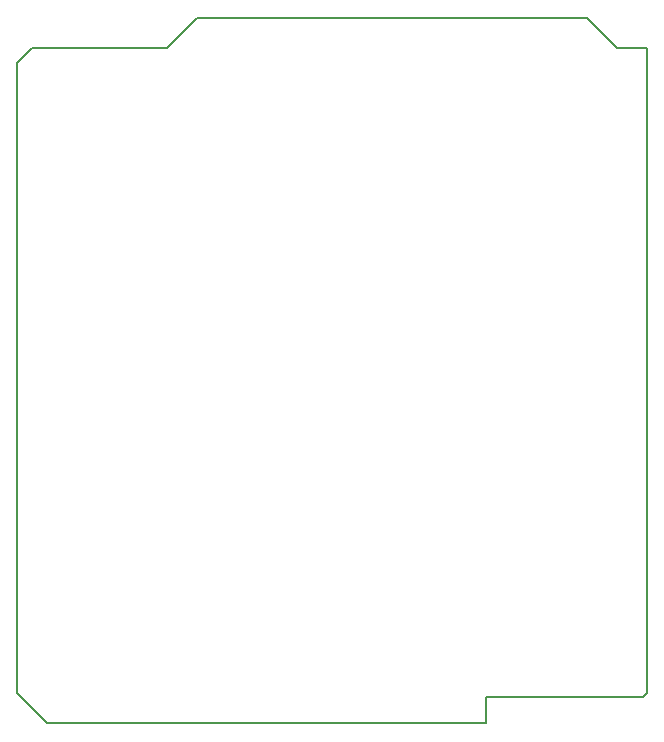
<source format=gko>
%TF.GenerationSoftware,KiCad,Pcbnew,8.0.6*%
%TF.CreationDate,2024-11-21T20:47:19-07:00*%
%TF.ProjectId,SparkFun_Serial_MP3_Player_Shield_MY1690X,53706172-6b46-4756-9e5f-53657269616c,rev?*%
%TF.SameCoordinates,Original*%
%TF.FileFunction,Soldermask,Bot*%
%TF.FilePolarity,Negative*%
%FSLAX46Y46*%
G04 Gerber Fmt 4.6, Leading zero omitted, Abs format (unit mm)*
G04 Created by KiCad (PCBNEW 8.0.6) date 2024-11-21 20:47:19*
%MOMM*%
%LPD*%
G01*
G04 APERTURE LIST*
%TA.AperFunction,Profile*%
%ADD10C,0.177800*%
%TD*%
G04 APERTURE END LIST*
D10*
X39687500Y2222500D02*
X53022500Y2222500D01*
X0Y2540000D02*
X2540000Y0D01*
X53340000Y2540000D02*
X53340000Y57150000D01*
X50800000Y57150000D02*
X48260000Y59690000D01*
X48260000Y59690000D02*
X15240000Y59690000D01*
X0Y55880000D02*
X0Y2540000D01*
X15240000Y59690000D02*
X12700000Y57150000D01*
X53340000Y57150000D02*
X50800000Y57150000D01*
X12700000Y57150000D02*
X1270000Y57150000D01*
X53022500Y2222500D02*
X53340000Y2540000D01*
X1270000Y57150000D02*
X0Y55880000D01*
X2540000Y0D02*
X39687500Y0D01*
X39687500Y0D02*
X39687500Y2222500D01*
M02*

</source>
